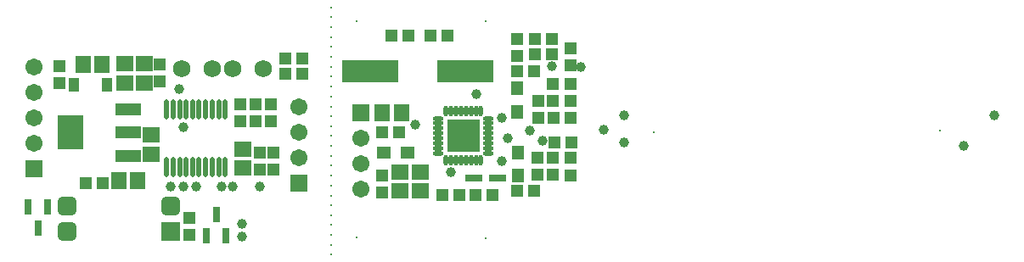
<source format=gts>
%FSDAX23Y23*%
%MOIN*%
%SFA1B1*%

%IPPOS*%
%AMD55*
4,1,8,-0.016700,-0.037400,0.016700,-0.037400,0.037400,-0.016700,0.037400,0.016700,0.016700,0.037400,-0.016700,0.037400,-0.037400,0.016700,-0.037400,-0.016700,-0.016700,-0.037400,0.0*
1,1,0.041400,-0.016700,-0.016700*
1,1,0.041400,0.016700,-0.016700*
1,1,0.041400,0.016700,0.016700*
1,1,0.041400,-0.016700,0.016700*
%
%ADD47R,0.047400X0.051300*%
%ADD48R,0.031600X0.059200*%
%ADD49R,0.059200X0.067100*%
%ADD50O,0.021800X0.078900*%
%ADD51R,0.067100X0.059200*%
%ADD52R,0.043800X0.056000*%
%ADD53R,0.102500X0.137900*%
%ADD54R,0.102500X0.047400*%
G04~CAMADD=55~8~0.0~0.0~749.0~749.0~207.0~0.0~15~0.0~0.0~0.0~0.0~0~0.0~0.0~0.0~0.0~0~0.0~0.0~0.0~180.0~748.0~748.0*
%ADD55D55*%
%ADD56R,0.074900X0.074900*%
%ADD57R,0.051300X0.047400*%
%ADD58R,0.047400X0.053300*%
%ADD59R,0.065100X0.029700*%
%ADD60R,0.224500X0.086700*%
%ADD61R,0.053300X0.047400*%
%ADD62R,0.130000X0.130000*%
%ADD63O,0.041500X0.017800*%
%ADD64O,0.017800X0.041500*%
%ADD65C,0.008000*%
%ADD66R,0.067100X0.067100*%
%ADD67C,0.067100*%
%ADD68C,0.068000*%
%ADD69C,0.039500*%
%LNde-060718-1*%
%LPD*%
G54D47*
X02224Y02649D03*
Y02716D03*
X02164Y02649D03*
Y02716D03*
X02104Y02649D03*
Y02716D03*
X01904Y02204D03*
Y02271D03*
X01785Y02806D03*
Y02873D03*
X01394Y02799D03*
Y02866D03*
X02179Y02526D03*
Y02459D03*
X02234Y02526D03*
Y02459D03*
X03329Y02798D03*
Y02731D03*
X03272Y02730D03*
Y02663D03*
X03399Y02797D03*
Y02730D03*
X03269Y02439D03*
Y02506D03*
X03329D03*
Y02439D03*
X03401Y02505D03*
Y02438D03*
X02659D03*
Y02371D03*
X03190Y02906D03*
Y02973D03*
X03399Y02938D03*
Y02871D03*
G54D48*
X01971Y02201D03*
X02046D03*
X02009Y02284D03*
X01346Y02314D03*
X01271D03*
X01309Y02231D03*
G54D49*
X01626Y02418D03*
X01701D03*
X01486Y02873D03*
X01561D03*
X02661Y02683D03*
X02736D03*
G54D50*
X02044Y02695D03*
X02018D03*
X01993D03*
X01967D03*
X01941D03*
X01916D03*
X01890D03*
X01865D03*
X01839D03*
X01813D03*
X02044Y02470D03*
X02018D03*
X01993D03*
X01967D03*
X01941D03*
X01916D03*
X01890D03*
X01865D03*
X01839D03*
X01813D03*
G54D51*
X01754Y02595D03*
Y02520D03*
X01649Y02800D03*
Y02875D03*
X01725Y02801D03*
Y02876D03*
X02114Y02465D03*
Y02540D03*
X02809Y02450D03*
Y02375D03*
X02729Y02450D03*
Y02375D03*
G54D52*
X01449Y02793D03*
X01578D03*
G54D53*
X01435Y02605D03*
G54D54*
X01664Y02695D03*
Y02605D03*
Y02514D03*
G54D55*
X01424Y02318D03*
Y02218D03*
X01829Y02318D03*
G54D56*
X01829Y02218D03*
G54D57*
X01495Y02408D03*
X01562D03*
X02347Y02838D03*
X02280D03*
X03190Y02378D03*
X03257D03*
Y02846D03*
X03190D03*
X02347Y02898D03*
X02280D03*
X03026Y02361D03*
X03093D03*
X02660Y02608D03*
X02727D03*
X02963Y02361D03*
X02896D03*
X03402Y02565D03*
X03335D03*
X03399Y02663D03*
X03332D03*
X03260Y02914D03*
X03327D03*
X03326Y02973D03*
X03259D03*
X02695Y02988D03*
X02762D03*
X02917D03*
X02850D03*
G54D58*
X03192Y02435D03*
Y02528D03*
X03191Y02781D03*
Y02688D03*
G54D59*
X03112Y02427D03*
X03019D03*
G54D60*
X02987Y02848D03*
X02613D03*
G54D61*
X02760Y02528D03*
X02667D03*
G54D62*
X02979Y02593D03*
G54D63*
X02881Y02524D03*
Y02543D03*
Y02563D03*
Y02583D03*
Y02602D03*
Y02622D03*
Y02642D03*
Y02661D03*
X03076D03*
Y02642D03*
Y02622D03*
Y02602D03*
Y02583D03*
Y02563D03*
Y02543D03*
Y02524D03*
G54D64*
X02910Y02690D03*
X02929D03*
X02949D03*
X02969D03*
X02988D03*
X03008D03*
X03028D03*
X03047D03*
Y02495D03*
X03028D03*
X03008D03*
X02988D03*
X02969D03*
X02949D03*
X02929D03*
X02910D03*
G54D65*
X02459Y02125D03*
Y02163D03*
Y02202D03*
Y02242D03*
Y02280D03*
Y02319D03*
Y02358D03*
Y02397D03*
Y02436D03*
Y02475D03*
Y02514D03*
Y02553D03*
Y02592D03*
Y02631D03*
Y02669D03*
Y02708D03*
Y02747D03*
Y02786D03*
Y02825D03*
Y02864D03*
Y02903D03*
Y02942D03*
Y02981D03*
Y03020D03*
Y03059D03*
Y03098D03*
X03726Y02608D03*
X04849Y02613D03*
X03067Y03043D03*
X02560D03*
X03067Y02190D03*
X02560Y02192D03*
G54D66*
X02334Y02408D03*
X02576Y02683D03*
X01294Y02463D03*
G54D67*
X02334Y02508D03*
Y02608D03*
Y02708D03*
X02576Y02583D03*
Y02483D03*
Y02383D03*
X01294Y02563D03*
Y02663D03*
Y02763D03*
Y02863D03*
G54D68*
X02074Y02858D03*
X02193D03*
X01993D03*
X01874D03*
G54D69*
X02978Y02629D03*
Y02557D03*
Y02594D03*
X03017Y02629D03*
Y02557D03*
X02939Y02629D03*
Y02557D03*
X03017Y02594D03*
X02939Y02593D03*
X03153Y02583D03*
X03131Y02664D03*
X03327Y02865D03*
X02929Y02451D03*
X03610Y02672D03*
X03609Y02568D03*
X03530Y02615D03*
X04944Y02552D03*
X05064Y02672D03*
X02029Y02393D03*
X02074D03*
X01879D03*
X01829D03*
X01879Y02628D03*
X01864Y02778D03*
X02109Y02248D03*
X01929Y02393D03*
X02179D03*
X02109Y02198D03*
X02791Y02637D03*
X03131Y02494D03*
X03440Y02864D03*
X03028Y02756D03*
X03240Y02614D03*
X03288Y02572D03*
M02*
</source>
